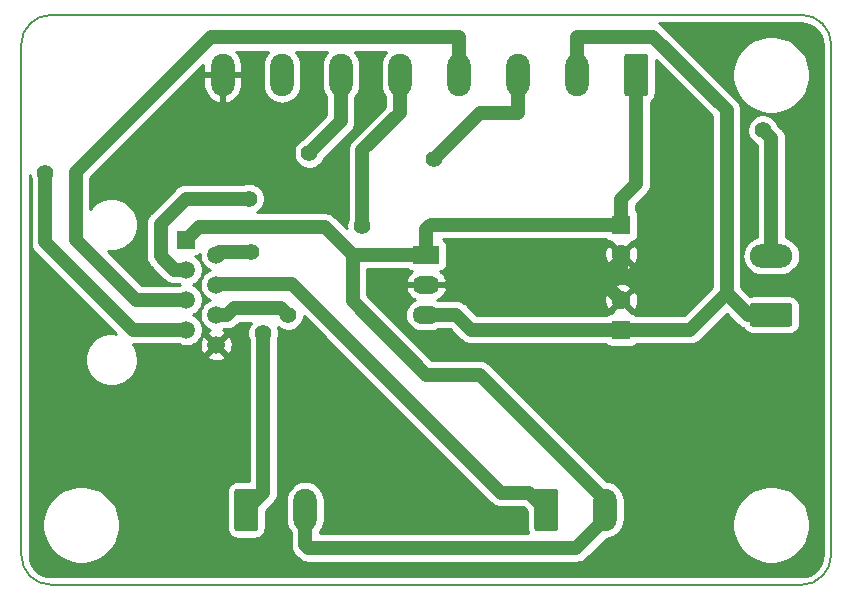
<source format=gbr>
G04 #@! TF.GenerationSoftware,KiCad,Pcbnew,(5.1.4)*
G04 #@! TF.CreationDate,2020-02-25T01:22:36-06:00*
G04 #@! TF.ProjectId,gate board,67617465-2062-46f6-9172-642e6b696361,rev?*
G04 #@! TF.SameCoordinates,Original*
G04 #@! TF.FileFunction,Copper,L2,Bot*
G04 #@! TF.FilePolarity,Positive*
%FSLAX46Y46*%
G04 Gerber Fmt 4.6, Leading zero omitted, Abs format (unit mm)*
G04 Created by KiCad (PCBNEW (5.1.4)) date 2020-02-25 01:22:36*
%MOMM*%
%LPD*%
G04 APERTURE LIST*
%ADD10C,0.150000*%
%ADD11O,2.000000X3.600000*%
%ADD12C,0.100000*%
%ADD13C,2.000000*%
%ADD14C,1.500000*%
%ADD15R,1.500000X1.500000*%
%ADD16C,1.600000*%
%ADD17R,1.600000X1.600000*%
%ADD18O,3.600000X2.000000*%
%ADD19O,2.300000X1.500000*%
%ADD20R,2.300000X1.500000*%
%ADD21C,1.400000*%
%ADD22C,1.200000*%
%ADD23C,0.254000*%
G04 APERTURE END LIST*
D10*
X85090000Y-58420000D02*
G75*
G02X82550000Y-60960000I-2540000J0D01*
G01*
X19050000Y-60960000D02*
G75*
G02X16510000Y-58420000I0J2540000D01*
G01*
X16510000Y-15240000D02*
G75*
G02X19050000Y-12700000I2540000J0D01*
G01*
X82550000Y-12700000D02*
G75*
G02X85090000Y-15240000I0J-2540000D01*
G01*
X16510000Y-58420000D02*
X16510000Y-15240000D01*
X82550000Y-60960000D02*
X19050000Y-60960000D01*
X85090000Y-15240000D02*
X85090000Y-58420000D01*
X19050000Y-12700000D02*
X82550000Y-12700000D01*
D11*
X65960000Y-54610000D03*
D12*
G36*
X61734504Y-52811204D02*
G01*
X61758773Y-52814804D01*
X61782571Y-52820765D01*
X61805671Y-52829030D01*
X61827849Y-52839520D01*
X61848893Y-52852133D01*
X61868598Y-52866747D01*
X61886777Y-52883223D01*
X61903253Y-52901402D01*
X61917867Y-52921107D01*
X61930480Y-52942151D01*
X61940970Y-52964329D01*
X61949235Y-52987429D01*
X61955196Y-53011227D01*
X61958796Y-53035496D01*
X61960000Y-53060000D01*
X61960000Y-56160000D01*
X61958796Y-56184504D01*
X61955196Y-56208773D01*
X61949235Y-56232571D01*
X61940970Y-56255671D01*
X61930480Y-56277849D01*
X61917867Y-56298893D01*
X61903253Y-56318598D01*
X61886777Y-56336777D01*
X61868598Y-56353253D01*
X61848893Y-56367867D01*
X61827849Y-56380480D01*
X61805671Y-56390970D01*
X61782571Y-56399235D01*
X61758773Y-56405196D01*
X61734504Y-56408796D01*
X61710000Y-56410000D01*
X60210000Y-56410000D01*
X60185496Y-56408796D01*
X60161227Y-56405196D01*
X60137429Y-56399235D01*
X60114329Y-56390970D01*
X60092151Y-56380480D01*
X60071107Y-56367867D01*
X60051402Y-56353253D01*
X60033223Y-56336777D01*
X60016747Y-56318598D01*
X60002133Y-56298893D01*
X59989520Y-56277849D01*
X59979030Y-56255671D01*
X59970765Y-56232571D01*
X59964804Y-56208773D01*
X59961204Y-56184504D01*
X59960000Y-56160000D01*
X59960000Y-53060000D01*
X59961204Y-53035496D01*
X59964804Y-53011227D01*
X59970765Y-52987429D01*
X59979030Y-52964329D01*
X59989520Y-52942151D01*
X60002133Y-52921107D01*
X60016747Y-52901402D01*
X60033223Y-52883223D01*
X60051402Y-52866747D01*
X60071107Y-52852133D01*
X60092151Y-52839520D01*
X60114329Y-52829030D01*
X60137429Y-52820765D01*
X60161227Y-52814804D01*
X60185496Y-52811204D01*
X60210000Y-52810000D01*
X61710000Y-52810000D01*
X61734504Y-52811204D01*
X61734504Y-52811204D01*
G37*
D13*
X60960000Y-54610000D03*
D14*
X33020000Y-40640000D03*
X30480000Y-39370000D03*
X33020000Y-38100000D03*
X30480000Y-36830000D03*
X33020000Y-35560000D03*
X30480000Y-34290000D03*
X33020000Y-33020000D03*
D15*
X30480000Y-31750000D03*
D16*
X67310000Y-36870000D03*
D17*
X67310000Y-39370000D03*
D16*
X67310000Y-32980000D03*
D17*
X67310000Y-30480000D03*
D11*
X40560000Y-54610000D03*
D12*
G36*
X36334504Y-52811204D02*
G01*
X36358773Y-52814804D01*
X36382571Y-52820765D01*
X36405671Y-52829030D01*
X36427849Y-52839520D01*
X36448893Y-52852133D01*
X36468598Y-52866747D01*
X36486777Y-52883223D01*
X36503253Y-52901402D01*
X36517867Y-52921107D01*
X36530480Y-52942151D01*
X36540970Y-52964329D01*
X36549235Y-52987429D01*
X36555196Y-53011227D01*
X36558796Y-53035496D01*
X36560000Y-53060000D01*
X36560000Y-56160000D01*
X36558796Y-56184504D01*
X36555196Y-56208773D01*
X36549235Y-56232571D01*
X36540970Y-56255671D01*
X36530480Y-56277849D01*
X36517867Y-56298893D01*
X36503253Y-56318598D01*
X36486777Y-56336777D01*
X36468598Y-56353253D01*
X36448893Y-56367867D01*
X36427849Y-56380480D01*
X36405671Y-56390970D01*
X36382571Y-56399235D01*
X36358773Y-56405196D01*
X36334504Y-56408796D01*
X36310000Y-56410000D01*
X34810000Y-56410000D01*
X34785496Y-56408796D01*
X34761227Y-56405196D01*
X34737429Y-56399235D01*
X34714329Y-56390970D01*
X34692151Y-56380480D01*
X34671107Y-56367867D01*
X34651402Y-56353253D01*
X34633223Y-56336777D01*
X34616747Y-56318598D01*
X34602133Y-56298893D01*
X34589520Y-56277849D01*
X34579030Y-56255671D01*
X34570765Y-56232571D01*
X34564804Y-56208773D01*
X34561204Y-56184504D01*
X34560000Y-56160000D01*
X34560000Y-53060000D01*
X34561204Y-53035496D01*
X34564804Y-53011227D01*
X34570765Y-52987429D01*
X34579030Y-52964329D01*
X34589520Y-52942151D01*
X34602133Y-52921107D01*
X34616747Y-52901402D01*
X34633223Y-52883223D01*
X34651402Y-52866747D01*
X34671107Y-52852133D01*
X34692151Y-52839520D01*
X34714329Y-52829030D01*
X34737429Y-52820765D01*
X34761227Y-52814804D01*
X34785496Y-52811204D01*
X34810000Y-52810000D01*
X36310000Y-52810000D01*
X36334504Y-52811204D01*
X36334504Y-52811204D01*
G37*
D13*
X35560000Y-54610000D03*
D18*
X80010000Y-33100000D03*
D12*
G36*
X81584504Y-37101204D02*
G01*
X81608773Y-37104804D01*
X81632571Y-37110765D01*
X81655671Y-37119030D01*
X81677849Y-37129520D01*
X81698893Y-37142133D01*
X81718598Y-37156747D01*
X81736777Y-37173223D01*
X81753253Y-37191402D01*
X81767867Y-37211107D01*
X81780480Y-37232151D01*
X81790970Y-37254329D01*
X81799235Y-37277429D01*
X81805196Y-37301227D01*
X81808796Y-37325496D01*
X81810000Y-37350000D01*
X81810000Y-38850000D01*
X81808796Y-38874504D01*
X81805196Y-38898773D01*
X81799235Y-38922571D01*
X81790970Y-38945671D01*
X81780480Y-38967849D01*
X81767867Y-38988893D01*
X81753253Y-39008598D01*
X81736777Y-39026777D01*
X81718598Y-39043253D01*
X81698893Y-39057867D01*
X81677849Y-39070480D01*
X81655671Y-39080970D01*
X81632571Y-39089235D01*
X81608773Y-39095196D01*
X81584504Y-39098796D01*
X81560000Y-39100000D01*
X78460000Y-39100000D01*
X78435496Y-39098796D01*
X78411227Y-39095196D01*
X78387429Y-39089235D01*
X78364329Y-39080970D01*
X78342151Y-39070480D01*
X78321107Y-39057867D01*
X78301402Y-39043253D01*
X78283223Y-39026777D01*
X78266747Y-39008598D01*
X78252133Y-38988893D01*
X78239520Y-38967849D01*
X78229030Y-38945671D01*
X78220765Y-38922571D01*
X78214804Y-38898773D01*
X78211204Y-38874504D01*
X78210000Y-38850000D01*
X78210000Y-37350000D01*
X78211204Y-37325496D01*
X78214804Y-37301227D01*
X78220765Y-37277429D01*
X78229030Y-37254329D01*
X78239520Y-37232151D01*
X78252133Y-37211107D01*
X78266747Y-37191402D01*
X78283223Y-37173223D01*
X78301402Y-37156747D01*
X78321107Y-37142133D01*
X78342151Y-37129520D01*
X78364329Y-37119030D01*
X78387429Y-37110765D01*
X78411227Y-37104804D01*
X78435496Y-37101204D01*
X78460000Y-37100000D01*
X81560000Y-37100000D01*
X81584504Y-37101204D01*
X81584504Y-37101204D01*
G37*
D13*
X80010000Y-38100000D03*
D11*
X33580000Y-17780000D03*
X38580000Y-17780000D03*
X43580000Y-17780000D03*
X48580000Y-17780000D03*
X53580000Y-17780000D03*
X58580000Y-17780000D03*
X63580000Y-17780000D03*
D12*
G36*
X69354504Y-15981204D02*
G01*
X69378773Y-15984804D01*
X69402571Y-15990765D01*
X69425671Y-15999030D01*
X69447849Y-16009520D01*
X69468893Y-16022133D01*
X69488598Y-16036747D01*
X69506777Y-16053223D01*
X69523253Y-16071402D01*
X69537867Y-16091107D01*
X69550480Y-16112151D01*
X69560970Y-16134329D01*
X69569235Y-16157429D01*
X69575196Y-16181227D01*
X69578796Y-16205496D01*
X69580000Y-16230000D01*
X69580000Y-19330000D01*
X69578796Y-19354504D01*
X69575196Y-19378773D01*
X69569235Y-19402571D01*
X69560970Y-19425671D01*
X69550480Y-19447849D01*
X69537867Y-19468893D01*
X69523253Y-19488598D01*
X69506777Y-19506777D01*
X69488598Y-19523253D01*
X69468893Y-19537867D01*
X69447849Y-19550480D01*
X69425671Y-19560970D01*
X69402571Y-19569235D01*
X69378773Y-19575196D01*
X69354504Y-19578796D01*
X69330000Y-19580000D01*
X67830000Y-19580000D01*
X67805496Y-19578796D01*
X67781227Y-19575196D01*
X67757429Y-19569235D01*
X67734329Y-19560970D01*
X67712151Y-19550480D01*
X67691107Y-19537867D01*
X67671402Y-19523253D01*
X67653223Y-19506777D01*
X67636747Y-19488598D01*
X67622133Y-19468893D01*
X67609520Y-19447849D01*
X67599030Y-19425671D01*
X67590765Y-19402571D01*
X67584804Y-19378773D01*
X67581204Y-19354504D01*
X67580000Y-19330000D01*
X67580000Y-16230000D01*
X67581204Y-16205496D01*
X67584804Y-16181227D01*
X67590765Y-16157429D01*
X67599030Y-16134329D01*
X67609520Y-16112151D01*
X67622133Y-16091107D01*
X67636747Y-16071402D01*
X67653223Y-16053223D01*
X67671402Y-16036747D01*
X67691107Y-16022133D01*
X67712151Y-16009520D01*
X67734329Y-15999030D01*
X67757429Y-15990765D01*
X67781227Y-15984804D01*
X67805496Y-15981204D01*
X67830000Y-15980000D01*
X69330000Y-15980000D01*
X69354504Y-15981204D01*
X69354504Y-15981204D01*
G37*
D13*
X68580000Y-17780000D03*
D19*
X50800000Y-38100000D03*
X50800000Y-35560000D03*
D20*
X50800000Y-33020000D03*
D21*
X51436000Y-24924000D03*
X36995700Y-39643200D03*
X35978300Y-32822200D03*
X79311600Y-22461300D03*
X35790800Y-28255200D03*
X39113200Y-38111700D03*
X45383000Y-30587300D03*
X40915200Y-24386400D03*
X18542200Y-26075600D03*
D22*
X50800000Y-33020000D02*
X50800000Y-30869700D01*
X50800000Y-30869700D02*
X51189700Y-30480000D01*
X51189700Y-30480000D02*
X67310000Y-30480000D01*
X50800000Y-33020000D02*
X44563600Y-33020000D01*
X44563600Y-33020000D02*
X44563600Y-36688500D01*
X30480000Y-31750000D02*
X31565100Y-30664900D01*
X31565100Y-30664900D02*
X42208500Y-30664900D01*
X42208500Y-30664900D02*
X44563600Y-33020000D01*
X67310000Y-30480000D02*
X67310000Y-28279700D01*
X68580000Y-17780000D02*
X68580000Y-27009700D01*
X68580000Y-27009700D02*
X67310000Y-28279700D01*
X40560000Y-57610000D02*
X40560000Y-54610000D01*
X65960000Y-55410000D02*
X63525200Y-57844800D01*
X40794800Y-57844800D02*
X40560000Y-57610000D01*
X63525200Y-57844800D02*
X40794800Y-57844800D01*
X65960000Y-54610000D02*
X65960000Y-55410000D01*
X55330000Y-43180000D02*
X50800000Y-43180000D01*
X65960000Y-54610000D02*
X65960000Y-53810000D01*
X65960000Y-53810000D02*
X55330000Y-43180000D01*
X44563600Y-36943600D02*
X44563600Y-36688500D01*
X50800000Y-43180000D02*
X44563600Y-36943600D01*
X48247000Y-35557300D02*
X48249700Y-35560000D01*
X66000000Y-35560000D02*
X67310000Y-36870000D01*
X67310000Y-34250000D02*
X67310000Y-32980000D01*
X50543300Y-35560000D02*
X50800000Y-35560000D01*
X63580000Y-17780000D02*
X63580000Y-14579700D01*
X76243500Y-36274300D02*
X78069200Y-38100000D01*
X78069200Y-38100000D02*
X80010000Y-38100000D01*
X63580000Y-14579700D02*
X63615800Y-14543900D01*
X63615800Y-14543900D02*
X69992400Y-14543900D01*
X69992400Y-14543900D02*
X76243500Y-20795000D01*
X76243500Y-20795000D02*
X76243500Y-36274300D01*
X67310000Y-39370000D02*
X73147800Y-39370000D01*
X73147800Y-39370000D02*
X76243500Y-36274300D01*
X53350300Y-38100000D02*
X54620300Y-39370000D01*
X54620300Y-39370000D02*
X67310000Y-39370000D01*
X50800000Y-38100000D02*
X53350300Y-38100000D01*
X58580000Y-17780000D02*
X58580000Y-20980300D01*
X51436000Y-24924000D02*
X55379700Y-20980300D01*
X55379700Y-20980300D02*
X58580000Y-20980300D01*
X33020000Y-33020000D02*
X33217800Y-32822200D01*
X33217800Y-32822200D02*
X35978300Y-32822200D01*
X36995700Y-53174300D02*
X35560000Y-54610000D01*
X36995700Y-39643200D02*
X36995700Y-53174300D01*
X30480000Y-34290000D02*
X29467900Y-34290000D01*
X29467900Y-34290000D02*
X28327400Y-33149500D01*
X28327400Y-33149500D02*
X28327400Y-30375300D01*
X28327400Y-30375300D02*
X30447500Y-28255200D01*
X30447500Y-28255200D02*
X35790800Y-28255200D01*
X80010000Y-33100000D02*
X80010000Y-23159700D01*
X80010000Y-23159700D02*
X79311600Y-22461300D01*
X39464800Y-35478100D02*
X57150000Y-53163300D01*
X33101900Y-35478100D02*
X39464800Y-35478100D01*
X33020000Y-35560000D02*
X33101900Y-35478100D01*
X59513300Y-53163300D02*
X60960000Y-54610000D01*
X57150000Y-53163300D02*
X59513300Y-53163300D01*
X53580000Y-17780000D02*
X53580000Y-14579700D01*
X30480000Y-36830000D02*
X26227200Y-36830000D01*
X26227200Y-36830000D02*
X21122500Y-31725300D01*
X21122500Y-31725300D02*
X21122500Y-25996000D01*
X21122500Y-25996000D02*
X32538800Y-14579700D01*
X32538800Y-14579700D02*
X53580000Y-14579700D01*
X48580000Y-20980300D02*
X45383000Y-24177300D01*
X45383000Y-24177300D02*
X45383000Y-30587300D01*
X39113200Y-38111700D02*
X38541400Y-37539900D01*
X38541400Y-37539900D02*
X34491300Y-37539900D01*
X34491300Y-37539900D02*
X33931200Y-38100000D01*
X33931200Y-38100000D02*
X33020000Y-38100000D01*
X48580000Y-17780000D02*
X48580000Y-20980300D01*
X30480000Y-39370000D02*
X25938200Y-39370000D01*
X25938200Y-39370000D02*
X18542200Y-31974000D01*
X18542200Y-31974000D02*
X18542200Y-26075600D01*
X40915200Y-24386400D02*
X43580000Y-21721600D01*
X43580000Y-21721600D02*
X43580000Y-17780000D01*
D23*
G36*
X82904785Y-13448191D02*
G01*
X83246060Y-13551228D01*
X83560822Y-13718590D01*
X83837083Y-13943903D01*
X84064317Y-14218582D01*
X84233870Y-14532164D01*
X84339286Y-14872708D01*
X84380000Y-15260072D01*
X84380001Y-58385269D01*
X84341809Y-58774784D01*
X84238771Y-59116063D01*
X84071409Y-59430825D01*
X83846097Y-59707083D01*
X83571418Y-59934317D01*
X83257838Y-60103869D01*
X82917288Y-60209287D01*
X82529928Y-60250000D01*
X19084720Y-60250000D01*
X18695216Y-60211809D01*
X18353937Y-60108771D01*
X18039175Y-59941409D01*
X17762917Y-59716097D01*
X17535683Y-59441418D01*
X17366131Y-59127838D01*
X17260713Y-58787288D01*
X17220000Y-58399928D01*
X17220000Y-55556456D01*
X18305000Y-55556456D01*
X18305000Y-56203544D01*
X18431240Y-56838199D01*
X18678871Y-57436031D01*
X19038374Y-57974066D01*
X19495934Y-58431626D01*
X20033969Y-58791129D01*
X20631801Y-59038760D01*
X21266456Y-59165000D01*
X21913544Y-59165000D01*
X22548199Y-59038760D01*
X23146031Y-58791129D01*
X23684066Y-58431626D01*
X24141626Y-57974066D01*
X24501129Y-57436031D01*
X24748760Y-56838199D01*
X24875000Y-56203544D01*
X24875000Y-55556456D01*
X24748760Y-54921801D01*
X24501129Y-54323969D01*
X24141626Y-53785934D01*
X23684066Y-53328374D01*
X23146031Y-52968871D01*
X22548199Y-52721240D01*
X21913544Y-52595000D01*
X21266456Y-52595000D01*
X20631801Y-52721240D01*
X20033969Y-52968871D01*
X19495934Y-53328374D01*
X19038374Y-53785934D01*
X18678871Y-54323969D01*
X18431240Y-54921801D01*
X18305000Y-55556456D01*
X17220000Y-55556456D01*
X17220000Y-26271435D01*
X17258504Y-26465005D01*
X17307201Y-26582570D01*
X17307200Y-31913335D01*
X17301225Y-31974000D01*
X17325070Y-32216102D01*
X17359788Y-32330550D01*
X17395689Y-32448900D01*
X17510367Y-32663448D01*
X17664698Y-32851502D01*
X17711826Y-32890179D01*
X24533028Y-39711381D01*
X24350128Y-39675000D01*
X23909872Y-39675000D01*
X23478075Y-39760890D01*
X23071331Y-39929369D01*
X22705271Y-40173962D01*
X22393962Y-40485271D01*
X22149369Y-40851331D01*
X21980890Y-41258075D01*
X21895000Y-41689872D01*
X21895000Y-42130128D01*
X21980890Y-42561925D01*
X22149369Y-42968669D01*
X22393962Y-43334729D01*
X22705271Y-43646038D01*
X23071331Y-43890631D01*
X23478075Y-44059110D01*
X23909872Y-44145000D01*
X24350128Y-44145000D01*
X24781925Y-44059110D01*
X25188669Y-43890631D01*
X25554729Y-43646038D01*
X25866038Y-43334729D01*
X26110631Y-42968669D01*
X26279110Y-42561925D01*
X26365000Y-42130128D01*
X26365000Y-41689872D01*
X26346526Y-41596993D01*
X32242612Y-41596993D01*
X32308137Y-41835860D01*
X32555116Y-41951760D01*
X32819960Y-42017250D01*
X33092492Y-42029812D01*
X33362238Y-41988965D01*
X33618832Y-41896277D01*
X33731863Y-41835860D01*
X33797388Y-41596993D01*
X33020000Y-40819605D01*
X32242612Y-41596993D01*
X26346526Y-41596993D01*
X26279110Y-41258075D01*
X26110631Y-40851331D01*
X25949300Y-40609882D01*
X25998865Y-40605000D01*
X29842375Y-40605000D01*
X30076011Y-40701775D01*
X30343589Y-40755000D01*
X30616411Y-40755000D01*
X30830111Y-40712492D01*
X31630188Y-40712492D01*
X31671035Y-40982238D01*
X31763723Y-41238832D01*
X31824140Y-41351863D01*
X32063007Y-41417388D01*
X32840395Y-40640000D01*
X33199605Y-40640000D01*
X33976993Y-41417388D01*
X34215860Y-41351863D01*
X34331760Y-41104884D01*
X34397250Y-40840040D01*
X34409812Y-40567508D01*
X34368965Y-40297762D01*
X34276277Y-40041168D01*
X34215860Y-39928137D01*
X33976993Y-39862612D01*
X33199605Y-40640000D01*
X32840395Y-40640000D01*
X32063007Y-39862612D01*
X31824140Y-39928137D01*
X31708240Y-40175116D01*
X31642750Y-40439960D01*
X31630188Y-40712492D01*
X30830111Y-40712492D01*
X30883989Y-40701775D01*
X31136043Y-40597371D01*
X31362886Y-40445799D01*
X31555799Y-40252886D01*
X31707371Y-40026043D01*
X31811775Y-39773989D01*
X31865000Y-39506411D01*
X31865000Y-39233589D01*
X31811775Y-38966011D01*
X31707371Y-38713957D01*
X31555799Y-38487114D01*
X31362886Y-38294201D01*
X31136043Y-38142629D01*
X31033127Y-38100000D01*
X31136043Y-38057371D01*
X31362886Y-37905799D01*
X31555799Y-37712886D01*
X31707371Y-37486043D01*
X31811775Y-37233989D01*
X31865000Y-36966411D01*
X31865000Y-36693589D01*
X31811775Y-36426011D01*
X31707371Y-36173957D01*
X31555799Y-35947114D01*
X31362886Y-35754201D01*
X31136043Y-35602629D01*
X31033127Y-35560000D01*
X31136043Y-35517371D01*
X31362886Y-35365799D01*
X31555799Y-35172886D01*
X31707371Y-34946043D01*
X31811775Y-34693989D01*
X31865000Y-34426411D01*
X31865000Y-34153589D01*
X31811775Y-33886011D01*
X31707371Y-33633957D01*
X31555799Y-33407114D01*
X31362886Y-33214201D01*
X31246517Y-33136445D01*
X31354482Y-33125812D01*
X31474180Y-33089502D01*
X31584494Y-33030537D01*
X31635000Y-32989088D01*
X31635000Y-33156411D01*
X31688225Y-33423989D01*
X31792629Y-33676043D01*
X31944201Y-33902886D01*
X32137114Y-34095799D01*
X32363957Y-34247371D01*
X32466873Y-34290000D01*
X32363957Y-34332629D01*
X32137114Y-34484201D01*
X31944201Y-34677114D01*
X31792629Y-34903957D01*
X31688225Y-35156011D01*
X31635000Y-35423589D01*
X31635000Y-35696411D01*
X31688225Y-35963989D01*
X31792629Y-36216043D01*
X31944201Y-36442886D01*
X32137114Y-36635799D01*
X32363957Y-36787371D01*
X32466873Y-36830000D01*
X32363957Y-36872629D01*
X32137114Y-37024201D01*
X31944201Y-37217114D01*
X31792629Y-37443957D01*
X31688225Y-37696011D01*
X31635000Y-37963589D01*
X31635000Y-38236411D01*
X31688225Y-38503989D01*
X31792629Y-38756043D01*
X31944201Y-38982886D01*
X32137114Y-39175799D01*
X32363957Y-39327371D01*
X32463279Y-39368511D01*
X32421168Y-39383723D01*
X32308137Y-39444140D01*
X32242612Y-39683007D01*
X33020000Y-40460395D01*
X33797388Y-39683007D01*
X33731863Y-39444140D01*
X33573523Y-39369836D01*
X33657625Y-39335000D01*
X33870535Y-39335000D01*
X33931200Y-39340975D01*
X33991865Y-39335000D01*
X34069324Y-39327371D01*
X34173302Y-39317130D01*
X34406101Y-39246511D01*
X34620649Y-39131833D01*
X34808702Y-38977502D01*
X34847379Y-38930374D01*
X35002853Y-38774900D01*
X35976025Y-38774900D01*
X35958738Y-38792187D01*
X35812639Y-39010841D01*
X35712004Y-39253795D01*
X35660700Y-39511714D01*
X35660700Y-39774686D01*
X35712004Y-40032605D01*
X35760700Y-40150167D01*
X35760701Y-52171928D01*
X34810000Y-52171928D01*
X34636746Y-52188992D01*
X34470150Y-52239528D01*
X34316614Y-52321595D01*
X34182038Y-52432038D01*
X34071595Y-52566614D01*
X33989528Y-52720150D01*
X33938992Y-52886746D01*
X33921928Y-53060000D01*
X33921928Y-56160000D01*
X33938992Y-56333254D01*
X33989528Y-56499850D01*
X34071595Y-56653386D01*
X34182038Y-56787962D01*
X34316614Y-56898405D01*
X34470150Y-56980472D01*
X34636746Y-57031008D01*
X34810000Y-57048072D01*
X36310000Y-57048072D01*
X36483254Y-57031008D01*
X36649850Y-56980472D01*
X36803386Y-56898405D01*
X36937962Y-56787962D01*
X37048405Y-56653386D01*
X37130472Y-56499850D01*
X37181008Y-56333254D01*
X37198072Y-56160000D01*
X37198072Y-54718482D01*
X37826080Y-54090474D01*
X37873202Y-54051802D01*
X38027533Y-53863749D01*
X38142211Y-53649201D01*
X38212830Y-53416402D01*
X38230700Y-53234965D01*
X38230700Y-53234956D01*
X38236674Y-53174301D01*
X38230700Y-53113646D01*
X38230700Y-40150167D01*
X38279396Y-40032605D01*
X38330700Y-39774686D01*
X38330700Y-39511714D01*
X38279396Y-39253795D01*
X38217224Y-39103699D01*
X38262187Y-39148662D01*
X38480841Y-39294761D01*
X38723795Y-39395396D01*
X38981714Y-39446700D01*
X39244686Y-39446700D01*
X39502605Y-39395396D01*
X39745559Y-39294761D01*
X39964213Y-39148662D01*
X40150162Y-38962713D01*
X40296261Y-38744059D01*
X40396896Y-38501105D01*
X40448200Y-38243186D01*
X40448200Y-38208053D01*
X56233826Y-53993680D01*
X56272498Y-54040802D01*
X56460551Y-54195133D01*
X56675099Y-54309811D01*
X56721772Y-54323969D01*
X56907898Y-54380430D01*
X57150000Y-54404275D01*
X57210665Y-54398300D01*
X59001747Y-54398300D01*
X59321928Y-54718481D01*
X59321928Y-56160000D01*
X59338992Y-56333254D01*
X59389528Y-56499850D01*
X59448298Y-56609800D01*
X41795000Y-56609800D01*
X41795000Y-56482414D01*
X41926031Y-56322752D01*
X42077852Y-56038715D01*
X42171343Y-55730516D01*
X42195000Y-55490322D01*
X42195000Y-53729678D01*
X42171343Y-53489484D01*
X42077852Y-53181285D01*
X41926031Y-52897248D01*
X41721714Y-52648286D01*
X41472751Y-52443969D01*
X41188714Y-52292148D01*
X40880515Y-52198657D01*
X40560000Y-52167089D01*
X40239484Y-52198657D01*
X39931285Y-52292148D01*
X39647248Y-52443969D01*
X39398286Y-52648286D01*
X39193969Y-52897249D01*
X39042148Y-53181286D01*
X38948657Y-53489485D01*
X38925000Y-53729679D01*
X38925000Y-55490322D01*
X38948658Y-55730516D01*
X39042149Y-56038715D01*
X39193970Y-56322752D01*
X39325000Y-56482414D01*
X39325000Y-57549334D01*
X39319025Y-57610000D01*
X39342870Y-57852102D01*
X39353615Y-57887522D01*
X39413489Y-58084900D01*
X39528167Y-58299448D01*
X39682498Y-58487502D01*
X39729626Y-58526179D01*
X39878621Y-58675174D01*
X39917298Y-58722302D01*
X40105351Y-58876633D01*
X40319899Y-58991311D01*
X40552698Y-59061930D01*
X40734135Y-59079800D01*
X40734144Y-59079800D01*
X40794799Y-59085774D01*
X40855454Y-59079800D01*
X63464535Y-59079800D01*
X63525200Y-59085775D01*
X63585865Y-59079800D01*
X63767302Y-59061930D01*
X64000101Y-58991311D01*
X64214649Y-58876633D01*
X64402702Y-58722302D01*
X64441378Y-58675175D01*
X66074966Y-57041588D01*
X66280516Y-57021343D01*
X66588715Y-56927852D01*
X66872752Y-56776031D01*
X67121714Y-56571714D01*
X67326031Y-56322752D01*
X67477852Y-56038715D01*
X67571343Y-55730516D01*
X67588486Y-55556456D01*
X76725000Y-55556456D01*
X76725000Y-56203544D01*
X76851240Y-56838199D01*
X77098871Y-57436031D01*
X77458374Y-57974066D01*
X77915934Y-58431626D01*
X78453969Y-58791129D01*
X79051801Y-59038760D01*
X79686456Y-59165000D01*
X80333544Y-59165000D01*
X80968199Y-59038760D01*
X81566031Y-58791129D01*
X82104066Y-58431626D01*
X82561626Y-57974066D01*
X82921129Y-57436031D01*
X83168760Y-56838199D01*
X83295000Y-56203544D01*
X83295000Y-55556456D01*
X83168760Y-54921801D01*
X82921129Y-54323969D01*
X82561626Y-53785934D01*
X82104066Y-53328374D01*
X81566031Y-52968871D01*
X80968199Y-52721240D01*
X80333544Y-52595000D01*
X79686456Y-52595000D01*
X79051801Y-52721240D01*
X78453969Y-52968871D01*
X77915934Y-53328374D01*
X77458374Y-53785934D01*
X77098871Y-54323969D01*
X76851240Y-54921801D01*
X76725000Y-55556456D01*
X67588486Y-55556456D01*
X67595000Y-55490322D01*
X67595000Y-53729678D01*
X67571343Y-53489484D01*
X67477852Y-53181285D01*
X67326031Y-52897248D01*
X67121714Y-52648286D01*
X66872751Y-52443969D01*
X66588714Y-52292148D01*
X66280515Y-52198657D01*
X66074966Y-52178412D01*
X56246179Y-42349626D01*
X56207502Y-42302498D01*
X56019449Y-42148167D01*
X55804901Y-42033489D01*
X55572102Y-41962870D01*
X55390665Y-41945000D01*
X55330000Y-41939025D01*
X55269335Y-41945000D01*
X51311554Y-41945000D01*
X45798600Y-36432047D01*
X45798600Y-34255000D01*
X49240019Y-34255000D01*
X49295506Y-34300537D01*
X49405820Y-34359502D01*
X49525518Y-34395812D01*
X49634874Y-34406582D01*
X49524939Y-34478972D01*
X49330855Y-34670460D01*
X49177858Y-34896132D01*
X49071827Y-35147316D01*
X49057682Y-35218815D01*
X49180344Y-35433000D01*
X50673000Y-35433000D01*
X50673000Y-35413000D01*
X50927000Y-35413000D01*
X50927000Y-35433000D01*
X52419656Y-35433000D01*
X52542318Y-35218815D01*
X52528173Y-35147316D01*
X52422142Y-34896132D01*
X52269145Y-34670460D01*
X52075061Y-34478972D01*
X51965126Y-34406582D01*
X52074482Y-34395812D01*
X52194180Y-34359502D01*
X52304494Y-34300537D01*
X52401185Y-34221185D01*
X52480537Y-34124494D01*
X52539502Y-34014180D01*
X52552084Y-33972702D01*
X66496903Y-33972702D01*
X66568486Y-34216671D01*
X66823996Y-34337571D01*
X67098184Y-34406300D01*
X67380512Y-34420217D01*
X67660130Y-34378787D01*
X67926292Y-34283603D01*
X68051514Y-34216671D01*
X68123097Y-33972702D01*
X67310000Y-33159605D01*
X66496903Y-33972702D01*
X52552084Y-33972702D01*
X52575812Y-33894482D01*
X52588072Y-33770000D01*
X52588072Y-33050512D01*
X65869783Y-33050512D01*
X65911213Y-33330130D01*
X66006397Y-33596292D01*
X66073329Y-33721514D01*
X66317298Y-33793097D01*
X67130395Y-32980000D01*
X67489605Y-32980000D01*
X68302702Y-33793097D01*
X68546671Y-33721514D01*
X68667571Y-33466004D01*
X68736300Y-33191816D01*
X68750217Y-32909488D01*
X68708787Y-32629870D01*
X68613603Y-32363708D01*
X68546671Y-32238486D01*
X68302702Y-32166903D01*
X67489605Y-32980000D01*
X67130395Y-32980000D01*
X66317298Y-32166903D01*
X66073329Y-32238486D01*
X65952429Y-32493996D01*
X65883700Y-32768184D01*
X65869783Y-33050512D01*
X52588072Y-33050512D01*
X52588072Y-32270000D01*
X52575812Y-32145518D01*
X52539502Y-32025820D01*
X52480537Y-31915506D01*
X52401185Y-31818815D01*
X52304494Y-31739463D01*
X52258728Y-31715000D01*
X66045532Y-31715000D01*
X66058815Y-31731185D01*
X66155506Y-31810537D01*
X66265820Y-31869502D01*
X66385518Y-31905812D01*
X66510000Y-31918072D01*
X66517215Y-31918072D01*
X66496903Y-31987298D01*
X67310000Y-32800395D01*
X68123097Y-31987298D01*
X68102785Y-31918072D01*
X68110000Y-31918072D01*
X68234482Y-31905812D01*
X68354180Y-31869502D01*
X68464494Y-31810537D01*
X68561185Y-31731185D01*
X68640537Y-31634494D01*
X68699502Y-31524180D01*
X68735812Y-31404482D01*
X68748072Y-31280000D01*
X68748072Y-29680000D01*
X68735812Y-29555518D01*
X68699502Y-29435820D01*
X68640537Y-29325506D01*
X68561185Y-29228815D01*
X68545000Y-29215532D01*
X68545000Y-28791253D01*
X69410380Y-27925874D01*
X69457502Y-27887202D01*
X69611833Y-27699149D01*
X69726511Y-27484601D01*
X69751508Y-27402198D01*
X69797130Y-27251803D01*
X69820975Y-27009701D01*
X69815000Y-26949036D01*
X69815000Y-20072887D01*
X69823386Y-20068405D01*
X69957962Y-19957962D01*
X70068405Y-19823386D01*
X70150472Y-19669850D01*
X70201008Y-19503254D01*
X70218072Y-19330000D01*
X70218072Y-16516125D01*
X75008500Y-21306554D01*
X75008501Y-35762745D01*
X72636247Y-38135000D01*
X68574468Y-38135000D01*
X68561185Y-38118815D01*
X68464494Y-38039463D01*
X68354180Y-37980498D01*
X68234482Y-37944188D01*
X68110000Y-37931928D01*
X68102785Y-37931928D01*
X68123097Y-37862702D01*
X67310000Y-37049605D01*
X66496903Y-37862702D01*
X66517215Y-37931928D01*
X66510000Y-37931928D01*
X66385518Y-37944188D01*
X66265820Y-37980498D01*
X66155506Y-38039463D01*
X66058815Y-38118815D01*
X66045532Y-38135000D01*
X55131854Y-38135000D01*
X54266478Y-37269625D01*
X54227802Y-37222498D01*
X54039749Y-37068167D01*
X53825201Y-36953489D01*
X53782422Y-36940512D01*
X65869783Y-36940512D01*
X65911213Y-37220130D01*
X66006397Y-37486292D01*
X66073329Y-37611514D01*
X66317298Y-37683097D01*
X67130395Y-36870000D01*
X67489605Y-36870000D01*
X68302702Y-37683097D01*
X68546671Y-37611514D01*
X68667571Y-37356004D01*
X68736300Y-37081816D01*
X68750217Y-36799488D01*
X68708787Y-36519870D01*
X68613603Y-36253708D01*
X68546671Y-36128486D01*
X68302702Y-36056903D01*
X67489605Y-36870000D01*
X67130395Y-36870000D01*
X66317298Y-36056903D01*
X66073329Y-36128486D01*
X65952429Y-36383996D01*
X65883700Y-36658184D01*
X65869783Y-36940512D01*
X53782422Y-36940512D01*
X53592402Y-36882870D01*
X53350300Y-36859025D01*
X53289635Y-36865000D01*
X51827554Y-36865000D01*
X51757422Y-36827514D01*
X51847349Y-36790972D01*
X52075061Y-36641028D01*
X52269145Y-36449540D01*
X52422142Y-36223868D01*
X52528173Y-35972684D01*
X52542318Y-35901185D01*
X52528639Y-35877298D01*
X66496903Y-35877298D01*
X67310000Y-36690395D01*
X68123097Y-35877298D01*
X68051514Y-35633329D01*
X67796004Y-35512429D01*
X67521816Y-35443700D01*
X67239488Y-35429783D01*
X66959870Y-35471213D01*
X66693708Y-35566397D01*
X66568486Y-35633329D01*
X66496903Y-35877298D01*
X52528639Y-35877298D01*
X52419656Y-35687000D01*
X50927000Y-35687000D01*
X50927000Y-35707000D01*
X50673000Y-35707000D01*
X50673000Y-35687000D01*
X49180344Y-35687000D01*
X49057682Y-35901185D01*
X49071827Y-35972684D01*
X49177858Y-36223868D01*
X49330855Y-36449540D01*
X49524939Y-36641028D01*
X49752651Y-36790972D01*
X49842578Y-36827514D01*
X49626812Y-36942843D01*
X49415919Y-37115919D01*
X49242843Y-37326812D01*
X49114236Y-37567419D01*
X49035040Y-37828493D01*
X49008299Y-38100000D01*
X49035040Y-38371507D01*
X49114236Y-38632581D01*
X49242843Y-38873188D01*
X49415919Y-39084081D01*
X49626812Y-39257157D01*
X49867419Y-39385764D01*
X50128493Y-39464960D01*
X50331963Y-39485000D01*
X51268037Y-39485000D01*
X51471507Y-39464960D01*
X51732581Y-39385764D01*
X51827554Y-39335000D01*
X52838747Y-39335000D01*
X53704126Y-40200380D01*
X53742798Y-40247502D01*
X53930851Y-40401833D01*
X54086953Y-40485271D01*
X54145399Y-40516511D01*
X54378197Y-40587130D01*
X54620299Y-40610975D01*
X54680964Y-40605000D01*
X66045532Y-40605000D01*
X66058815Y-40621185D01*
X66155506Y-40700537D01*
X66265820Y-40759502D01*
X66385518Y-40795812D01*
X66510000Y-40808072D01*
X68110000Y-40808072D01*
X68234482Y-40795812D01*
X68354180Y-40759502D01*
X68464494Y-40700537D01*
X68561185Y-40621185D01*
X68574468Y-40605000D01*
X73087135Y-40605000D01*
X73147800Y-40610975D01*
X73208465Y-40605000D01*
X73285924Y-40597371D01*
X73389902Y-40587130D01*
X73622701Y-40516511D01*
X73837249Y-40401833D01*
X74025302Y-40247502D01*
X74063978Y-40200375D01*
X76243500Y-38020854D01*
X77153026Y-38930380D01*
X77191698Y-38977502D01*
X77379751Y-39131833D01*
X77594299Y-39246511D01*
X77684428Y-39273851D01*
X77721595Y-39343386D01*
X77832038Y-39477962D01*
X77966614Y-39588405D01*
X78120150Y-39670472D01*
X78286746Y-39721008D01*
X78460000Y-39738072D01*
X81560000Y-39738072D01*
X81733254Y-39721008D01*
X81899850Y-39670472D01*
X82053386Y-39588405D01*
X82187962Y-39477962D01*
X82298405Y-39343386D01*
X82380472Y-39189850D01*
X82431008Y-39023254D01*
X82448072Y-38850000D01*
X82448072Y-37350000D01*
X82431008Y-37176746D01*
X82380472Y-37010150D01*
X82298405Y-36856614D01*
X82187962Y-36722038D01*
X82053386Y-36611595D01*
X81899850Y-36529528D01*
X81733254Y-36478992D01*
X81560000Y-36461928D01*
X78460000Y-36461928D01*
X78286746Y-36478992D01*
X78216158Y-36500404D01*
X77478500Y-35762747D01*
X77478500Y-33100000D01*
X77567089Y-33100000D01*
X77598657Y-33420516D01*
X77692148Y-33728715D01*
X77843969Y-34012752D01*
X78048286Y-34261714D01*
X78297248Y-34466031D01*
X78581285Y-34617852D01*
X78889484Y-34711343D01*
X79129678Y-34735000D01*
X80890322Y-34735000D01*
X81130516Y-34711343D01*
X81438715Y-34617852D01*
X81722752Y-34466031D01*
X81971714Y-34261714D01*
X82176031Y-34012752D01*
X82327852Y-33728715D01*
X82421343Y-33420516D01*
X82452911Y-33100000D01*
X82421343Y-32779484D01*
X82327852Y-32471285D01*
X82176031Y-32187248D01*
X81971714Y-31938286D01*
X81722752Y-31733969D01*
X81438715Y-31582148D01*
X81245000Y-31523385D01*
X81245000Y-23220365D01*
X81250975Y-23159700D01*
X81227130Y-22917598D01*
X81156511Y-22684800D01*
X81156511Y-22684799D01*
X81041833Y-22470251D01*
X80887502Y-22282198D01*
X80840374Y-22243521D01*
X80543357Y-21946504D01*
X80494661Y-21828941D01*
X80348562Y-21610287D01*
X80162613Y-21424338D01*
X79943959Y-21278239D01*
X79701005Y-21177604D01*
X79443086Y-21126300D01*
X79180114Y-21126300D01*
X78922195Y-21177604D01*
X78679241Y-21278239D01*
X78460587Y-21424338D01*
X78274638Y-21610287D01*
X78128539Y-21828941D01*
X78027904Y-22071895D01*
X77976600Y-22329814D01*
X77976600Y-22592786D01*
X78027904Y-22850705D01*
X78128539Y-23093659D01*
X78274638Y-23312313D01*
X78460587Y-23498262D01*
X78679241Y-23644361D01*
X78775001Y-23684026D01*
X78775000Y-31523385D01*
X78581285Y-31582148D01*
X78297248Y-31733969D01*
X78048286Y-31938286D01*
X77843969Y-32187248D01*
X77692148Y-32471285D01*
X77598657Y-32779484D01*
X77567089Y-33100000D01*
X77478500Y-33100000D01*
X77478500Y-20855654D01*
X77484474Y-20794999D01*
X77478500Y-20734344D01*
X77478500Y-20734335D01*
X77460630Y-20552898D01*
X77390011Y-20320099D01*
X77275333Y-20105551D01*
X77121002Y-19917498D01*
X77073881Y-19878827D01*
X74651510Y-17456456D01*
X76725000Y-17456456D01*
X76725000Y-18103544D01*
X76851240Y-18738199D01*
X77098871Y-19336031D01*
X77458374Y-19874066D01*
X77915934Y-20331626D01*
X78453969Y-20691129D01*
X79051801Y-20938760D01*
X79686456Y-21065000D01*
X80333544Y-21065000D01*
X80968199Y-20938760D01*
X81566031Y-20691129D01*
X82104066Y-20331626D01*
X82561626Y-19874066D01*
X82921129Y-19336031D01*
X83168760Y-18738199D01*
X83295000Y-18103544D01*
X83295000Y-17456456D01*
X83168760Y-16821801D01*
X82921129Y-16223969D01*
X82561626Y-15685934D01*
X82104066Y-15228374D01*
X81566031Y-14868871D01*
X80968199Y-14621240D01*
X80333544Y-14495000D01*
X79686456Y-14495000D01*
X79051801Y-14621240D01*
X78453969Y-14868871D01*
X77915934Y-15228374D01*
X77458374Y-15685934D01*
X77098871Y-16223969D01*
X76851240Y-16821801D01*
X76725000Y-17456456D01*
X74651510Y-17456456D01*
X70908579Y-13713525D01*
X70869902Y-13666398D01*
X70681849Y-13512067D01*
X70490895Y-13410000D01*
X82515280Y-13410000D01*
X82904785Y-13448191D01*
X82904785Y-13448191D01*
G37*
X82904785Y-13448191D02*
X83246060Y-13551228D01*
X83560822Y-13718590D01*
X83837083Y-13943903D01*
X84064317Y-14218582D01*
X84233870Y-14532164D01*
X84339286Y-14872708D01*
X84380000Y-15260072D01*
X84380001Y-58385269D01*
X84341809Y-58774784D01*
X84238771Y-59116063D01*
X84071409Y-59430825D01*
X83846097Y-59707083D01*
X83571418Y-59934317D01*
X83257838Y-60103869D01*
X82917288Y-60209287D01*
X82529928Y-60250000D01*
X19084720Y-60250000D01*
X18695216Y-60211809D01*
X18353937Y-60108771D01*
X18039175Y-59941409D01*
X17762917Y-59716097D01*
X17535683Y-59441418D01*
X17366131Y-59127838D01*
X17260713Y-58787288D01*
X17220000Y-58399928D01*
X17220000Y-55556456D01*
X18305000Y-55556456D01*
X18305000Y-56203544D01*
X18431240Y-56838199D01*
X18678871Y-57436031D01*
X19038374Y-57974066D01*
X19495934Y-58431626D01*
X20033969Y-58791129D01*
X20631801Y-59038760D01*
X21266456Y-59165000D01*
X21913544Y-59165000D01*
X22548199Y-59038760D01*
X23146031Y-58791129D01*
X23684066Y-58431626D01*
X24141626Y-57974066D01*
X24501129Y-57436031D01*
X24748760Y-56838199D01*
X24875000Y-56203544D01*
X24875000Y-55556456D01*
X24748760Y-54921801D01*
X24501129Y-54323969D01*
X24141626Y-53785934D01*
X23684066Y-53328374D01*
X23146031Y-52968871D01*
X22548199Y-52721240D01*
X21913544Y-52595000D01*
X21266456Y-52595000D01*
X20631801Y-52721240D01*
X20033969Y-52968871D01*
X19495934Y-53328374D01*
X19038374Y-53785934D01*
X18678871Y-54323969D01*
X18431240Y-54921801D01*
X18305000Y-55556456D01*
X17220000Y-55556456D01*
X17220000Y-26271435D01*
X17258504Y-26465005D01*
X17307201Y-26582570D01*
X17307200Y-31913335D01*
X17301225Y-31974000D01*
X17325070Y-32216102D01*
X17359788Y-32330550D01*
X17395689Y-32448900D01*
X17510367Y-32663448D01*
X17664698Y-32851502D01*
X17711826Y-32890179D01*
X24533028Y-39711381D01*
X24350128Y-39675000D01*
X23909872Y-39675000D01*
X23478075Y-39760890D01*
X23071331Y-39929369D01*
X22705271Y-40173962D01*
X22393962Y-40485271D01*
X22149369Y-40851331D01*
X21980890Y-41258075D01*
X21895000Y-41689872D01*
X21895000Y-42130128D01*
X21980890Y-42561925D01*
X22149369Y-42968669D01*
X22393962Y-43334729D01*
X22705271Y-43646038D01*
X23071331Y-43890631D01*
X23478075Y-44059110D01*
X23909872Y-44145000D01*
X24350128Y-44145000D01*
X24781925Y-44059110D01*
X25188669Y-43890631D01*
X25554729Y-43646038D01*
X25866038Y-43334729D01*
X26110631Y-42968669D01*
X26279110Y-42561925D01*
X26365000Y-42130128D01*
X26365000Y-41689872D01*
X26346526Y-41596993D01*
X32242612Y-41596993D01*
X32308137Y-41835860D01*
X32555116Y-41951760D01*
X32819960Y-42017250D01*
X33092492Y-42029812D01*
X33362238Y-41988965D01*
X33618832Y-41896277D01*
X33731863Y-41835860D01*
X33797388Y-41596993D01*
X33020000Y-40819605D01*
X32242612Y-41596993D01*
X26346526Y-41596993D01*
X26279110Y-41258075D01*
X26110631Y-40851331D01*
X25949300Y-40609882D01*
X25998865Y-40605000D01*
X29842375Y-40605000D01*
X30076011Y-40701775D01*
X30343589Y-40755000D01*
X30616411Y-40755000D01*
X30830111Y-40712492D01*
X31630188Y-40712492D01*
X31671035Y-40982238D01*
X31763723Y-41238832D01*
X31824140Y-41351863D01*
X32063007Y-41417388D01*
X32840395Y-40640000D01*
X33199605Y-40640000D01*
X33976993Y-41417388D01*
X34215860Y-41351863D01*
X34331760Y-41104884D01*
X34397250Y-40840040D01*
X34409812Y-40567508D01*
X34368965Y-40297762D01*
X34276277Y-40041168D01*
X34215860Y-39928137D01*
X33976993Y-39862612D01*
X33199605Y-40640000D01*
X32840395Y-40640000D01*
X32063007Y-39862612D01*
X31824140Y-39928137D01*
X31708240Y-40175116D01*
X31642750Y-40439960D01*
X31630188Y-40712492D01*
X30830111Y-40712492D01*
X30883989Y-40701775D01*
X31136043Y-40597371D01*
X31362886Y-40445799D01*
X31555799Y-40252886D01*
X31707371Y-40026043D01*
X31811775Y-39773989D01*
X31865000Y-39506411D01*
X31865000Y-39233589D01*
X31811775Y-38966011D01*
X31707371Y-38713957D01*
X31555799Y-38487114D01*
X31362886Y-38294201D01*
X31136043Y-38142629D01*
X31033127Y-38100000D01*
X31136043Y-38057371D01*
X31362886Y-37905799D01*
X31555799Y-37712886D01*
X31707371Y-37486043D01*
X31811775Y-37233989D01*
X31865000Y-36966411D01*
X31865000Y-36693589D01*
X31811775Y-36426011D01*
X31707371Y-36173957D01*
X31555799Y-35947114D01*
X31362886Y-35754201D01*
X31136043Y-35602629D01*
X31033127Y-35560000D01*
X31136043Y-35517371D01*
X31362886Y-35365799D01*
X31555799Y-35172886D01*
X31707371Y-34946043D01*
X31811775Y-34693989D01*
X31865000Y-34426411D01*
X31865000Y-34153589D01*
X31811775Y-33886011D01*
X31707371Y-33633957D01*
X31555799Y-33407114D01*
X31362886Y-33214201D01*
X31246517Y-33136445D01*
X31354482Y-33125812D01*
X31474180Y-33089502D01*
X31584494Y-33030537D01*
X31635000Y-32989088D01*
X31635000Y-33156411D01*
X31688225Y-33423989D01*
X31792629Y-33676043D01*
X31944201Y-33902886D01*
X32137114Y-34095799D01*
X32363957Y-34247371D01*
X32466873Y-34290000D01*
X32363957Y-34332629D01*
X32137114Y-34484201D01*
X31944201Y-34677114D01*
X31792629Y-34903957D01*
X31688225Y-35156011D01*
X31635000Y-35423589D01*
X31635000Y-35696411D01*
X31688225Y-35963989D01*
X31792629Y-36216043D01*
X31944201Y-36442886D01*
X32137114Y-36635799D01*
X32363957Y-36787371D01*
X32466873Y-36830000D01*
X32363957Y-36872629D01*
X32137114Y-37024201D01*
X31944201Y-37217114D01*
X31792629Y-37443957D01*
X31688225Y-37696011D01*
X31635000Y-37963589D01*
X31635000Y-38236411D01*
X31688225Y-38503989D01*
X31792629Y-38756043D01*
X31944201Y-38982886D01*
X32137114Y-39175799D01*
X32363957Y-39327371D01*
X32463279Y-39368511D01*
X32421168Y-39383723D01*
X32308137Y-39444140D01*
X32242612Y-39683007D01*
X33020000Y-40460395D01*
X33797388Y-39683007D01*
X33731863Y-39444140D01*
X33573523Y-39369836D01*
X33657625Y-39335000D01*
X33870535Y-39335000D01*
X33931200Y-39340975D01*
X33991865Y-39335000D01*
X34069324Y-39327371D01*
X34173302Y-39317130D01*
X34406101Y-39246511D01*
X34620649Y-39131833D01*
X34808702Y-38977502D01*
X34847379Y-38930374D01*
X35002853Y-38774900D01*
X35976025Y-38774900D01*
X35958738Y-38792187D01*
X35812639Y-39010841D01*
X35712004Y-39253795D01*
X35660700Y-39511714D01*
X35660700Y-39774686D01*
X35712004Y-40032605D01*
X35760700Y-40150167D01*
X35760701Y-52171928D01*
X34810000Y-52171928D01*
X34636746Y-52188992D01*
X34470150Y-52239528D01*
X34316614Y-52321595D01*
X34182038Y-52432038D01*
X34071595Y-52566614D01*
X33989528Y-52720150D01*
X33938992Y-52886746D01*
X33921928Y-53060000D01*
X33921928Y-56160000D01*
X33938992Y-56333254D01*
X33989528Y-56499850D01*
X34071595Y-56653386D01*
X34182038Y-56787962D01*
X34316614Y-56898405D01*
X34470150Y-56980472D01*
X34636746Y-57031008D01*
X34810000Y-57048072D01*
X36310000Y-57048072D01*
X36483254Y-57031008D01*
X36649850Y-56980472D01*
X36803386Y-56898405D01*
X36937962Y-56787962D01*
X37048405Y-56653386D01*
X37130472Y-56499850D01*
X37181008Y-56333254D01*
X37198072Y-56160000D01*
X37198072Y-54718482D01*
X37826080Y-54090474D01*
X37873202Y-54051802D01*
X38027533Y-53863749D01*
X38142211Y-53649201D01*
X38212830Y-53416402D01*
X38230700Y-53234965D01*
X38230700Y-53234956D01*
X38236674Y-53174301D01*
X38230700Y-53113646D01*
X38230700Y-40150167D01*
X38279396Y-40032605D01*
X38330700Y-39774686D01*
X38330700Y-39511714D01*
X38279396Y-39253795D01*
X38217224Y-39103699D01*
X38262187Y-39148662D01*
X38480841Y-39294761D01*
X38723795Y-39395396D01*
X38981714Y-39446700D01*
X39244686Y-39446700D01*
X39502605Y-39395396D01*
X39745559Y-39294761D01*
X39964213Y-39148662D01*
X40150162Y-38962713D01*
X40296261Y-38744059D01*
X40396896Y-38501105D01*
X40448200Y-38243186D01*
X40448200Y-38208053D01*
X56233826Y-53993680D01*
X56272498Y-54040802D01*
X56460551Y-54195133D01*
X56675099Y-54309811D01*
X56721772Y-54323969D01*
X56907898Y-54380430D01*
X57150000Y-54404275D01*
X57210665Y-54398300D01*
X59001747Y-54398300D01*
X59321928Y-54718481D01*
X59321928Y-56160000D01*
X59338992Y-56333254D01*
X59389528Y-56499850D01*
X59448298Y-56609800D01*
X41795000Y-56609800D01*
X41795000Y-56482414D01*
X41926031Y-56322752D01*
X42077852Y-56038715D01*
X42171343Y-55730516D01*
X42195000Y-55490322D01*
X42195000Y-53729678D01*
X42171343Y-53489484D01*
X42077852Y-53181285D01*
X41926031Y-52897248D01*
X41721714Y-52648286D01*
X41472751Y-52443969D01*
X41188714Y-52292148D01*
X40880515Y-52198657D01*
X40560000Y-52167089D01*
X40239484Y-52198657D01*
X39931285Y-52292148D01*
X39647248Y-52443969D01*
X39398286Y-52648286D01*
X39193969Y-52897249D01*
X39042148Y-53181286D01*
X38948657Y-53489485D01*
X38925000Y-53729679D01*
X38925000Y-55490322D01*
X38948658Y-55730516D01*
X39042149Y-56038715D01*
X39193970Y-56322752D01*
X39325000Y-56482414D01*
X39325000Y-57549334D01*
X39319025Y-57610000D01*
X39342870Y-57852102D01*
X39353615Y-57887522D01*
X39413489Y-58084900D01*
X39528167Y-58299448D01*
X39682498Y-58487502D01*
X39729626Y-58526179D01*
X39878621Y-58675174D01*
X39917298Y-58722302D01*
X40105351Y-58876633D01*
X40319899Y-58991311D01*
X40552698Y-59061930D01*
X40734135Y-59079800D01*
X40734144Y-59079800D01*
X40794799Y-59085774D01*
X40855454Y-59079800D01*
X63464535Y-59079800D01*
X63525200Y-59085775D01*
X63585865Y-59079800D01*
X63767302Y-59061930D01*
X64000101Y-58991311D01*
X64214649Y-58876633D01*
X64402702Y-58722302D01*
X64441378Y-58675175D01*
X66074966Y-57041588D01*
X66280516Y-57021343D01*
X66588715Y-56927852D01*
X66872752Y-56776031D01*
X67121714Y-56571714D01*
X67326031Y-56322752D01*
X67477852Y-56038715D01*
X67571343Y-55730516D01*
X67588486Y-55556456D01*
X76725000Y-55556456D01*
X76725000Y-56203544D01*
X76851240Y-56838199D01*
X77098871Y-57436031D01*
X77458374Y-57974066D01*
X77915934Y-58431626D01*
X78453969Y-58791129D01*
X79051801Y-59038760D01*
X79686456Y-59165000D01*
X80333544Y-59165000D01*
X80968199Y-59038760D01*
X81566031Y-58791129D01*
X82104066Y-58431626D01*
X82561626Y-57974066D01*
X82921129Y-57436031D01*
X83168760Y-56838199D01*
X83295000Y-56203544D01*
X83295000Y-55556456D01*
X83168760Y-54921801D01*
X82921129Y-54323969D01*
X82561626Y-53785934D01*
X82104066Y-53328374D01*
X81566031Y-52968871D01*
X80968199Y-52721240D01*
X80333544Y-52595000D01*
X79686456Y-52595000D01*
X79051801Y-52721240D01*
X78453969Y-52968871D01*
X77915934Y-53328374D01*
X77458374Y-53785934D01*
X77098871Y-54323969D01*
X76851240Y-54921801D01*
X76725000Y-55556456D01*
X67588486Y-55556456D01*
X67595000Y-55490322D01*
X67595000Y-53729678D01*
X67571343Y-53489484D01*
X67477852Y-53181285D01*
X67326031Y-52897248D01*
X67121714Y-52648286D01*
X66872751Y-52443969D01*
X66588714Y-52292148D01*
X66280515Y-52198657D01*
X66074966Y-52178412D01*
X56246179Y-42349626D01*
X56207502Y-42302498D01*
X56019449Y-42148167D01*
X55804901Y-42033489D01*
X55572102Y-41962870D01*
X55390665Y-41945000D01*
X55330000Y-41939025D01*
X55269335Y-41945000D01*
X51311554Y-41945000D01*
X45798600Y-36432047D01*
X45798600Y-34255000D01*
X49240019Y-34255000D01*
X49295506Y-34300537D01*
X49405820Y-34359502D01*
X49525518Y-34395812D01*
X49634874Y-34406582D01*
X49524939Y-34478972D01*
X49330855Y-34670460D01*
X49177858Y-34896132D01*
X49071827Y-35147316D01*
X49057682Y-35218815D01*
X49180344Y-35433000D01*
X50673000Y-35433000D01*
X50673000Y-35413000D01*
X50927000Y-35413000D01*
X50927000Y-35433000D01*
X52419656Y-35433000D01*
X52542318Y-35218815D01*
X52528173Y-35147316D01*
X52422142Y-34896132D01*
X52269145Y-34670460D01*
X52075061Y-34478972D01*
X51965126Y-34406582D01*
X52074482Y-34395812D01*
X52194180Y-34359502D01*
X52304494Y-34300537D01*
X52401185Y-34221185D01*
X52480537Y-34124494D01*
X52539502Y-34014180D01*
X52552084Y-33972702D01*
X66496903Y-33972702D01*
X66568486Y-34216671D01*
X66823996Y-34337571D01*
X67098184Y-34406300D01*
X67380512Y-34420217D01*
X67660130Y-34378787D01*
X67926292Y-34283603D01*
X68051514Y-34216671D01*
X68123097Y-33972702D01*
X67310000Y-33159605D01*
X66496903Y-33972702D01*
X52552084Y-33972702D01*
X52575812Y-33894482D01*
X52588072Y-33770000D01*
X52588072Y-33050512D01*
X65869783Y-33050512D01*
X65911213Y-33330130D01*
X66006397Y-33596292D01*
X66073329Y-33721514D01*
X66317298Y-33793097D01*
X67130395Y-32980000D01*
X67489605Y-32980000D01*
X68302702Y-33793097D01*
X68546671Y-33721514D01*
X68667571Y-33466004D01*
X68736300Y-33191816D01*
X68750217Y-32909488D01*
X68708787Y-32629870D01*
X68613603Y-32363708D01*
X68546671Y-32238486D01*
X68302702Y-32166903D01*
X67489605Y-32980000D01*
X67130395Y-32980000D01*
X66317298Y-32166903D01*
X66073329Y-32238486D01*
X65952429Y-32493996D01*
X65883700Y-32768184D01*
X65869783Y-33050512D01*
X52588072Y-33050512D01*
X52588072Y-32270000D01*
X52575812Y-32145518D01*
X52539502Y-32025820D01*
X52480537Y-31915506D01*
X52401185Y-31818815D01*
X52304494Y-31739463D01*
X52258728Y-31715000D01*
X66045532Y-31715000D01*
X66058815Y-31731185D01*
X66155506Y-31810537D01*
X66265820Y-31869502D01*
X66385518Y-31905812D01*
X66510000Y-31918072D01*
X66517215Y-31918072D01*
X66496903Y-31987298D01*
X67310000Y-32800395D01*
X68123097Y-31987298D01*
X68102785Y-31918072D01*
X68110000Y-31918072D01*
X68234482Y-31905812D01*
X68354180Y-31869502D01*
X68464494Y-31810537D01*
X68561185Y-31731185D01*
X68640537Y-31634494D01*
X68699502Y-31524180D01*
X68735812Y-31404482D01*
X68748072Y-31280000D01*
X68748072Y-29680000D01*
X68735812Y-29555518D01*
X68699502Y-29435820D01*
X68640537Y-29325506D01*
X68561185Y-29228815D01*
X68545000Y-29215532D01*
X68545000Y-28791253D01*
X69410380Y-27925874D01*
X69457502Y-27887202D01*
X69611833Y-27699149D01*
X69726511Y-27484601D01*
X69751508Y-27402198D01*
X69797130Y-27251803D01*
X69820975Y-27009701D01*
X69815000Y-26949036D01*
X69815000Y-20072887D01*
X69823386Y-20068405D01*
X69957962Y-19957962D01*
X70068405Y-19823386D01*
X70150472Y-19669850D01*
X70201008Y-19503254D01*
X70218072Y-19330000D01*
X70218072Y-16516125D01*
X75008500Y-21306554D01*
X75008501Y-35762745D01*
X72636247Y-38135000D01*
X68574468Y-38135000D01*
X68561185Y-38118815D01*
X68464494Y-38039463D01*
X68354180Y-37980498D01*
X68234482Y-37944188D01*
X68110000Y-37931928D01*
X68102785Y-37931928D01*
X68123097Y-37862702D01*
X67310000Y-37049605D01*
X66496903Y-37862702D01*
X66517215Y-37931928D01*
X66510000Y-37931928D01*
X66385518Y-37944188D01*
X66265820Y-37980498D01*
X66155506Y-38039463D01*
X66058815Y-38118815D01*
X66045532Y-38135000D01*
X55131854Y-38135000D01*
X54266478Y-37269625D01*
X54227802Y-37222498D01*
X54039749Y-37068167D01*
X53825201Y-36953489D01*
X53782422Y-36940512D01*
X65869783Y-36940512D01*
X65911213Y-37220130D01*
X66006397Y-37486292D01*
X66073329Y-37611514D01*
X66317298Y-37683097D01*
X67130395Y-36870000D01*
X67489605Y-36870000D01*
X68302702Y-37683097D01*
X68546671Y-37611514D01*
X68667571Y-37356004D01*
X68736300Y-37081816D01*
X68750217Y-36799488D01*
X68708787Y-36519870D01*
X68613603Y-36253708D01*
X68546671Y-36128486D01*
X68302702Y-36056903D01*
X67489605Y-36870000D01*
X67130395Y-36870000D01*
X66317298Y-36056903D01*
X66073329Y-36128486D01*
X65952429Y-36383996D01*
X65883700Y-36658184D01*
X65869783Y-36940512D01*
X53782422Y-36940512D01*
X53592402Y-36882870D01*
X53350300Y-36859025D01*
X53289635Y-36865000D01*
X51827554Y-36865000D01*
X51757422Y-36827514D01*
X51847349Y-36790972D01*
X52075061Y-36641028D01*
X52269145Y-36449540D01*
X52422142Y-36223868D01*
X52528173Y-35972684D01*
X52542318Y-35901185D01*
X52528639Y-35877298D01*
X66496903Y-35877298D01*
X67310000Y-36690395D01*
X68123097Y-35877298D01*
X68051514Y-35633329D01*
X67796004Y-35512429D01*
X67521816Y-35443700D01*
X67239488Y-35429783D01*
X66959870Y-35471213D01*
X66693708Y-35566397D01*
X66568486Y-35633329D01*
X66496903Y-35877298D01*
X52528639Y-35877298D01*
X52419656Y-35687000D01*
X50927000Y-35687000D01*
X50927000Y-35707000D01*
X50673000Y-35707000D01*
X50673000Y-35687000D01*
X49180344Y-35687000D01*
X49057682Y-35901185D01*
X49071827Y-35972684D01*
X49177858Y-36223868D01*
X49330855Y-36449540D01*
X49524939Y-36641028D01*
X49752651Y-36790972D01*
X49842578Y-36827514D01*
X49626812Y-36942843D01*
X49415919Y-37115919D01*
X49242843Y-37326812D01*
X49114236Y-37567419D01*
X49035040Y-37828493D01*
X49008299Y-38100000D01*
X49035040Y-38371507D01*
X49114236Y-38632581D01*
X49242843Y-38873188D01*
X49415919Y-39084081D01*
X49626812Y-39257157D01*
X49867419Y-39385764D01*
X50128493Y-39464960D01*
X50331963Y-39485000D01*
X51268037Y-39485000D01*
X51471507Y-39464960D01*
X51732581Y-39385764D01*
X51827554Y-39335000D01*
X52838747Y-39335000D01*
X53704126Y-40200380D01*
X53742798Y-40247502D01*
X53930851Y-40401833D01*
X54086953Y-40485271D01*
X54145399Y-40516511D01*
X54378197Y-40587130D01*
X54620299Y-40610975D01*
X54680964Y-40605000D01*
X66045532Y-40605000D01*
X66058815Y-40621185D01*
X66155506Y-40700537D01*
X66265820Y-40759502D01*
X66385518Y-40795812D01*
X66510000Y-40808072D01*
X68110000Y-40808072D01*
X68234482Y-40795812D01*
X68354180Y-40759502D01*
X68464494Y-40700537D01*
X68561185Y-40621185D01*
X68574468Y-40605000D01*
X73087135Y-40605000D01*
X73147800Y-40610975D01*
X73208465Y-40605000D01*
X73285924Y-40597371D01*
X73389902Y-40587130D01*
X73622701Y-40516511D01*
X73837249Y-40401833D01*
X74025302Y-40247502D01*
X74063978Y-40200375D01*
X76243500Y-38020854D01*
X77153026Y-38930380D01*
X77191698Y-38977502D01*
X77379751Y-39131833D01*
X77594299Y-39246511D01*
X77684428Y-39273851D01*
X77721595Y-39343386D01*
X77832038Y-39477962D01*
X77966614Y-39588405D01*
X78120150Y-39670472D01*
X78286746Y-39721008D01*
X78460000Y-39738072D01*
X81560000Y-39738072D01*
X81733254Y-39721008D01*
X81899850Y-39670472D01*
X82053386Y-39588405D01*
X82187962Y-39477962D01*
X82298405Y-39343386D01*
X82380472Y-39189850D01*
X82431008Y-39023254D01*
X82448072Y-38850000D01*
X82448072Y-37350000D01*
X82431008Y-37176746D01*
X82380472Y-37010150D01*
X82298405Y-36856614D01*
X82187962Y-36722038D01*
X82053386Y-36611595D01*
X81899850Y-36529528D01*
X81733254Y-36478992D01*
X81560000Y-36461928D01*
X78460000Y-36461928D01*
X78286746Y-36478992D01*
X78216158Y-36500404D01*
X77478500Y-35762747D01*
X77478500Y-33100000D01*
X77567089Y-33100000D01*
X77598657Y-33420516D01*
X77692148Y-33728715D01*
X77843969Y-34012752D01*
X78048286Y-34261714D01*
X78297248Y-34466031D01*
X78581285Y-34617852D01*
X78889484Y-34711343D01*
X79129678Y-34735000D01*
X80890322Y-34735000D01*
X81130516Y-34711343D01*
X81438715Y-34617852D01*
X81722752Y-34466031D01*
X81971714Y-34261714D01*
X82176031Y-34012752D01*
X82327852Y-33728715D01*
X82421343Y-33420516D01*
X82452911Y-33100000D01*
X82421343Y-32779484D01*
X82327852Y-32471285D01*
X82176031Y-32187248D01*
X81971714Y-31938286D01*
X81722752Y-31733969D01*
X81438715Y-31582148D01*
X81245000Y-31523385D01*
X81245000Y-23220365D01*
X81250975Y-23159700D01*
X81227130Y-22917598D01*
X81156511Y-22684800D01*
X81156511Y-22684799D01*
X81041833Y-22470251D01*
X80887502Y-22282198D01*
X80840374Y-22243521D01*
X80543357Y-21946504D01*
X80494661Y-21828941D01*
X80348562Y-21610287D01*
X80162613Y-21424338D01*
X79943959Y-21278239D01*
X79701005Y-21177604D01*
X79443086Y-21126300D01*
X79180114Y-21126300D01*
X78922195Y-21177604D01*
X78679241Y-21278239D01*
X78460587Y-21424338D01*
X78274638Y-21610287D01*
X78128539Y-21828941D01*
X78027904Y-22071895D01*
X77976600Y-22329814D01*
X77976600Y-22592786D01*
X78027904Y-22850705D01*
X78128539Y-23093659D01*
X78274638Y-23312313D01*
X78460587Y-23498262D01*
X78679241Y-23644361D01*
X78775001Y-23684026D01*
X78775000Y-31523385D01*
X78581285Y-31582148D01*
X78297248Y-31733969D01*
X78048286Y-31938286D01*
X77843969Y-32187248D01*
X77692148Y-32471285D01*
X77598657Y-32779484D01*
X77567089Y-33100000D01*
X77478500Y-33100000D01*
X77478500Y-20855654D01*
X77484474Y-20794999D01*
X77478500Y-20734344D01*
X77478500Y-20734335D01*
X77460630Y-20552898D01*
X77390011Y-20320099D01*
X77275333Y-20105551D01*
X77121002Y-19917498D01*
X77073881Y-19878827D01*
X74651510Y-17456456D01*
X76725000Y-17456456D01*
X76725000Y-18103544D01*
X76851240Y-18738199D01*
X77098871Y-19336031D01*
X77458374Y-19874066D01*
X77915934Y-20331626D01*
X78453969Y-20691129D01*
X79051801Y-20938760D01*
X79686456Y-21065000D01*
X80333544Y-21065000D01*
X80968199Y-20938760D01*
X81566031Y-20691129D01*
X82104066Y-20331626D01*
X82561626Y-19874066D01*
X82921129Y-19336031D01*
X83168760Y-18738199D01*
X83295000Y-18103544D01*
X83295000Y-17456456D01*
X83168760Y-16821801D01*
X82921129Y-16223969D01*
X82561626Y-15685934D01*
X82104066Y-15228374D01*
X81566031Y-14868871D01*
X80968199Y-14621240D01*
X80333544Y-14495000D01*
X79686456Y-14495000D01*
X79051801Y-14621240D01*
X78453969Y-14868871D01*
X77915934Y-15228374D01*
X77458374Y-15685934D01*
X77098871Y-16223969D01*
X76851240Y-16821801D01*
X76725000Y-17456456D01*
X74651510Y-17456456D01*
X70908579Y-13713525D01*
X70869902Y-13666398D01*
X70681849Y-13512067D01*
X70490895Y-13410000D01*
X82515280Y-13410000D01*
X82904785Y-13448191D01*
G36*
X37418287Y-15818286D02*
G01*
X37213970Y-16067248D01*
X37062149Y-16351285D01*
X36968658Y-16659484D01*
X36945000Y-16899678D01*
X36945000Y-18660321D01*
X36968657Y-18900515D01*
X37062148Y-19208714D01*
X37213969Y-19492751D01*
X37418286Y-19741714D01*
X37667248Y-19946031D01*
X37951285Y-20097852D01*
X38259484Y-20191343D01*
X38580000Y-20222911D01*
X38900515Y-20191343D01*
X39208714Y-20097852D01*
X39492751Y-19946031D01*
X39741714Y-19741714D01*
X39946031Y-19492752D01*
X40097852Y-19208715D01*
X40191343Y-18900516D01*
X40215000Y-18660322D01*
X40215000Y-16899678D01*
X40191343Y-16659484D01*
X40097852Y-16351285D01*
X39946031Y-16067248D01*
X39741714Y-15818286D01*
X39737344Y-15814700D01*
X42422657Y-15814700D01*
X42418287Y-15818286D01*
X42213970Y-16067248D01*
X42062149Y-16351285D01*
X41968658Y-16659484D01*
X41945000Y-16899678D01*
X41945000Y-18660321D01*
X41968657Y-18900515D01*
X42062148Y-19208714D01*
X42213969Y-19492751D01*
X42345001Y-19652415D01*
X42345000Y-21210046D01*
X40400404Y-23154643D01*
X40282841Y-23203339D01*
X40064187Y-23349438D01*
X39878238Y-23535387D01*
X39732139Y-23754041D01*
X39631504Y-23996995D01*
X39580200Y-24254914D01*
X39580200Y-24517886D01*
X39631504Y-24775805D01*
X39732139Y-25018759D01*
X39878238Y-25237413D01*
X40064187Y-25423362D01*
X40282841Y-25569461D01*
X40525795Y-25670096D01*
X40783714Y-25721400D01*
X41046686Y-25721400D01*
X41304605Y-25670096D01*
X41547559Y-25569461D01*
X41766213Y-25423362D01*
X41952162Y-25237413D01*
X42098261Y-25018759D01*
X42146957Y-24901196D01*
X44410381Y-22637773D01*
X44457502Y-22599102D01*
X44611833Y-22411049D01*
X44726511Y-22196501D01*
X44797130Y-21963702D01*
X44815000Y-21782265D01*
X44815000Y-21782264D01*
X44820975Y-21721601D01*
X44815000Y-21660938D01*
X44815000Y-19652414D01*
X44946031Y-19492752D01*
X45097852Y-19208715D01*
X45191343Y-18900516D01*
X45215000Y-18660322D01*
X45215000Y-16899678D01*
X45191343Y-16659484D01*
X45097852Y-16351285D01*
X44946031Y-16067248D01*
X44741714Y-15818286D01*
X44737344Y-15814700D01*
X47422657Y-15814700D01*
X47418287Y-15818286D01*
X47213970Y-16067248D01*
X47062149Y-16351285D01*
X46968658Y-16659484D01*
X46945000Y-16899678D01*
X46945000Y-18660321D01*
X46968657Y-18900515D01*
X47062148Y-19208714D01*
X47213969Y-19492751D01*
X47345001Y-19652415D01*
X47345001Y-20468745D01*
X44552625Y-23261122D01*
X44505498Y-23299798D01*
X44351167Y-23487852D01*
X44236489Y-23702400D01*
X44236489Y-23702401D01*
X44165870Y-23935198D01*
X44142025Y-24177300D01*
X44148000Y-24237965D01*
X44148001Y-30080330D01*
X44099304Y-30197895D01*
X44048000Y-30455814D01*
X44048000Y-30718786D01*
X44057699Y-30767546D01*
X43124678Y-29834525D01*
X43086002Y-29787398D01*
X42897949Y-29633067D01*
X42683401Y-29518389D01*
X42450602Y-29447770D01*
X42269165Y-29429900D01*
X42208500Y-29423925D01*
X42147835Y-29429900D01*
X36435672Y-29429900D01*
X36641813Y-29292162D01*
X36827762Y-29106213D01*
X36973861Y-28887559D01*
X37074496Y-28644605D01*
X37125800Y-28386686D01*
X37125800Y-28123714D01*
X37074496Y-27865795D01*
X36973861Y-27622841D01*
X36827762Y-27404187D01*
X36641813Y-27218238D01*
X36423159Y-27072139D01*
X36180205Y-26971504D01*
X35922286Y-26920200D01*
X35659314Y-26920200D01*
X35401395Y-26971504D01*
X35283833Y-27020200D01*
X30508164Y-27020200D01*
X30447499Y-27014225D01*
X30205397Y-27038070D01*
X29972599Y-27108689D01*
X29758051Y-27223367D01*
X29569998Y-27377698D01*
X29531326Y-27424820D01*
X27497021Y-29459126D01*
X27449899Y-29497798D01*
X27295568Y-29685851D01*
X27219548Y-29828075D01*
X27180889Y-29900401D01*
X27110270Y-30133198D01*
X27086425Y-30375300D01*
X27092401Y-30435975D01*
X27092400Y-33088834D01*
X27086425Y-33149500D01*
X27104216Y-33330130D01*
X27110270Y-33391601D01*
X27180889Y-33624400D01*
X27295567Y-33838948D01*
X27449898Y-34027002D01*
X27497026Y-34065679D01*
X28551721Y-35120374D01*
X28590398Y-35167502D01*
X28778451Y-35321833D01*
X28992999Y-35436511D01*
X29196442Y-35498225D01*
X29225798Y-35507130D01*
X29467900Y-35530975D01*
X29528565Y-35525000D01*
X29842375Y-35525000D01*
X29926873Y-35560000D01*
X29842375Y-35595000D01*
X26738754Y-35595000D01*
X23846060Y-32702307D01*
X23909872Y-32715000D01*
X24350128Y-32715000D01*
X24781925Y-32629110D01*
X25188669Y-32460631D01*
X25554729Y-32216038D01*
X25866038Y-31904729D01*
X26110631Y-31538669D01*
X26279110Y-31131925D01*
X26365000Y-30700128D01*
X26365000Y-30259872D01*
X26279110Y-29828075D01*
X26110631Y-29421331D01*
X25866038Y-29055271D01*
X25554729Y-28743962D01*
X25188669Y-28499369D01*
X24781925Y-28330890D01*
X24350128Y-28245000D01*
X23909872Y-28245000D01*
X23478075Y-28330890D01*
X23071331Y-28499369D01*
X22705271Y-28743962D01*
X22393962Y-29055271D01*
X22357500Y-29109840D01*
X22357500Y-26507553D01*
X30958053Y-17907000D01*
X31945000Y-17907000D01*
X31945000Y-18707000D01*
X32001193Y-19023532D01*
X32118058Y-19323020D01*
X32291105Y-19593954D01*
X32513683Y-19825922D01*
X32777239Y-20010010D01*
X33071645Y-20139144D01*
X33199566Y-20170124D01*
X33453000Y-20050777D01*
X33453000Y-17907000D01*
X33707000Y-17907000D01*
X33707000Y-20050777D01*
X33960434Y-20170124D01*
X34088355Y-20139144D01*
X34382761Y-20010010D01*
X34646317Y-19825922D01*
X34868895Y-19593954D01*
X35041942Y-19323020D01*
X35158807Y-19023532D01*
X35215000Y-18707000D01*
X35215000Y-17907000D01*
X33707000Y-17907000D01*
X33453000Y-17907000D01*
X31945000Y-17907000D01*
X30958053Y-17907000D01*
X31945000Y-16920054D01*
X31945000Y-17653000D01*
X33453000Y-17653000D01*
X33453000Y-17633000D01*
X33707000Y-17633000D01*
X33707000Y-17653000D01*
X35215000Y-17653000D01*
X35215000Y-16853000D01*
X35158807Y-16536468D01*
X35041942Y-16236980D01*
X34868895Y-15966046D01*
X34723675Y-15814700D01*
X37422657Y-15814700D01*
X37418287Y-15818286D01*
X37418287Y-15818286D01*
G37*
X37418287Y-15818286D02*
X37213970Y-16067248D01*
X37062149Y-16351285D01*
X36968658Y-16659484D01*
X36945000Y-16899678D01*
X36945000Y-18660321D01*
X36968657Y-18900515D01*
X37062148Y-19208714D01*
X37213969Y-19492751D01*
X37418286Y-19741714D01*
X37667248Y-19946031D01*
X37951285Y-20097852D01*
X38259484Y-20191343D01*
X38580000Y-20222911D01*
X38900515Y-20191343D01*
X39208714Y-20097852D01*
X39492751Y-19946031D01*
X39741714Y-19741714D01*
X39946031Y-19492752D01*
X40097852Y-19208715D01*
X40191343Y-18900516D01*
X40215000Y-18660322D01*
X40215000Y-16899678D01*
X40191343Y-16659484D01*
X40097852Y-16351285D01*
X39946031Y-16067248D01*
X39741714Y-15818286D01*
X39737344Y-15814700D01*
X42422657Y-15814700D01*
X42418287Y-15818286D01*
X42213970Y-16067248D01*
X42062149Y-16351285D01*
X41968658Y-16659484D01*
X41945000Y-16899678D01*
X41945000Y-18660321D01*
X41968657Y-18900515D01*
X42062148Y-19208714D01*
X42213969Y-19492751D01*
X42345001Y-19652415D01*
X42345000Y-21210046D01*
X40400404Y-23154643D01*
X40282841Y-23203339D01*
X40064187Y-23349438D01*
X39878238Y-23535387D01*
X39732139Y-23754041D01*
X39631504Y-23996995D01*
X39580200Y-24254914D01*
X39580200Y-24517886D01*
X39631504Y-24775805D01*
X39732139Y-25018759D01*
X39878238Y-25237413D01*
X40064187Y-25423362D01*
X40282841Y-25569461D01*
X40525795Y-25670096D01*
X40783714Y-25721400D01*
X41046686Y-25721400D01*
X41304605Y-25670096D01*
X41547559Y-25569461D01*
X41766213Y-25423362D01*
X41952162Y-25237413D01*
X42098261Y-25018759D01*
X42146957Y-24901196D01*
X44410381Y-22637773D01*
X44457502Y-22599102D01*
X44611833Y-22411049D01*
X44726511Y-22196501D01*
X44797130Y-21963702D01*
X44815000Y-21782265D01*
X44815000Y-21782264D01*
X44820975Y-21721601D01*
X44815000Y-21660938D01*
X44815000Y-19652414D01*
X44946031Y-19492752D01*
X45097852Y-19208715D01*
X45191343Y-18900516D01*
X45215000Y-18660322D01*
X45215000Y-16899678D01*
X45191343Y-16659484D01*
X45097852Y-16351285D01*
X44946031Y-16067248D01*
X44741714Y-15818286D01*
X44737344Y-15814700D01*
X47422657Y-15814700D01*
X47418287Y-15818286D01*
X47213970Y-16067248D01*
X47062149Y-16351285D01*
X46968658Y-16659484D01*
X46945000Y-16899678D01*
X46945000Y-18660321D01*
X46968657Y-18900515D01*
X47062148Y-19208714D01*
X47213969Y-19492751D01*
X47345001Y-19652415D01*
X47345001Y-20468745D01*
X44552625Y-23261122D01*
X44505498Y-23299798D01*
X44351167Y-23487852D01*
X44236489Y-23702400D01*
X44236489Y-23702401D01*
X44165870Y-23935198D01*
X44142025Y-24177300D01*
X44148000Y-24237965D01*
X44148001Y-30080330D01*
X44099304Y-30197895D01*
X44048000Y-30455814D01*
X44048000Y-30718786D01*
X44057699Y-30767546D01*
X43124678Y-29834525D01*
X43086002Y-29787398D01*
X42897949Y-29633067D01*
X42683401Y-29518389D01*
X42450602Y-29447770D01*
X42269165Y-29429900D01*
X42208500Y-29423925D01*
X42147835Y-29429900D01*
X36435672Y-29429900D01*
X36641813Y-29292162D01*
X36827762Y-29106213D01*
X36973861Y-28887559D01*
X37074496Y-28644605D01*
X37125800Y-28386686D01*
X37125800Y-28123714D01*
X37074496Y-27865795D01*
X36973861Y-27622841D01*
X36827762Y-27404187D01*
X36641813Y-27218238D01*
X36423159Y-27072139D01*
X36180205Y-26971504D01*
X35922286Y-26920200D01*
X35659314Y-26920200D01*
X35401395Y-26971504D01*
X35283833Y-27020200D01*
X30508164Y-27020200D01*
X30447499Y-27014225D01*
X30205397Y-27038070D01*
X29972599Y-27108689D01*
X29758051Y-27223367D01*
X29569998Y-27377698D01*
X29531326Y-27424820D01*
X27497021Y-29459126D01*
X27449899Y-29497798D01*
X27295568Y-29685851D01*
X27219548Y-29828075D01*
X27180889Y-29900401D01*
X27110270Y-30133198D01*
X27086425Y-30375300D01*
X27092401Y-30435975D01*
X27092400Y-33088834D01*
X27086425Y-33149500D01*
X27104216Y-33330130D01*
X27110270Y-33391601D01*
X27180889Y-33624400D01*
X27295567Y-33838948D01*
X27449898Y-34027002D01*
X27497026Y-34065679D01*
X28551721Y-35120374D01*
X28590398Y-35167502D01*
X28778451Y-35321833D01*
X28992999Y-35436511D01*
X29196442Y-35498225D01*
X29225798Y-35507130D01*
X29467900Y-35530975D01*
X29528565Y-35525000D01*
X29842375Y-35525000D01*
X29926873Y-35560000D01*
X29842375Y-35595000D01*
X26738754Y-35595000D01*
X23846060Y-32702307D01*
X23909872Y-32715000D01*
X24350128Y-32715000D01*
X24781925Y-32629110D01*
X25188669Y-32460631D01*
X25554729Y-32216038D01*
X25866038Y-31904729D01*
X26110631Y-31538669D01*
X26279110Y-31131925D01*
X26365000Y-30700128D01*
X26365000Y-30259872D01*
X26279110Y-29828075D01*
X26110631Y-29421331D01*
X25866038Y-29055271D01*
X25554729Y-28743962D01*
X25188669Y-28499369D01*
X24781925Y-28330890D01*
X24350128Y-28245000D01*
X23909872Y-28245000D01*
X23478075Y-28330890D01*
X23071331Y-28499369D01*
X22705271Y-28743962D01*
X22393962Y-29055271D01*
X22357500Y-29109840D01*
X22357500Y-26507553D01*
X30958053Y-17907000D01*
X31945000Y-17907000D01*
X31945000Y-18707000D01*
X32001193Y-19023532D01*
X32118058Y-19323020D01*
X32291105Y-19593954D01*
X32513683Y-19825922D01*
X32777239Y-20010010D01*
X33071645Y-20139144D01*
X33199566Y-20170124D01*
X33453000Y-20050777D01*
X33453000Y-17907000D01*
X33707000Y-17907000D01*
X33707000Y-20050777D01*
X33960434Y-20170124D01*
X34088355Y-20139144D01*
X34382761Y-20010010D01*
X34646317Y-19825922D01*
X34868895Y-19593954D01*
X35041942Y-19323020D01*
X35158807Y-19023532D01*
X35215000Y-18707000D01*
X35215000Y-17907000D01*
X33707000Y-17907000D01*
X33453000Y-17907000D01*
X31945000Y-17907000D01*
X30958053Y-17907000D01*
X31945000Y-16920054D01*
X31945000Y-17653000D01*
X33453000Y-17653000D01*
X33453000Y-17633000D01*
X33707000Y-17633000D01*
X33707000Y-17653000D01*
X35215000Y-17653000D01*
X35215000Y-16853000D01*
X35158807Y-16536468D01*
X35041942Y-16236980D01*
X34868895Y-15966046D01*
X34723675Y-15814700D01*
X37422657Y-15814700D01*
X37418287Y-15818286D01*
M02*

</source>
